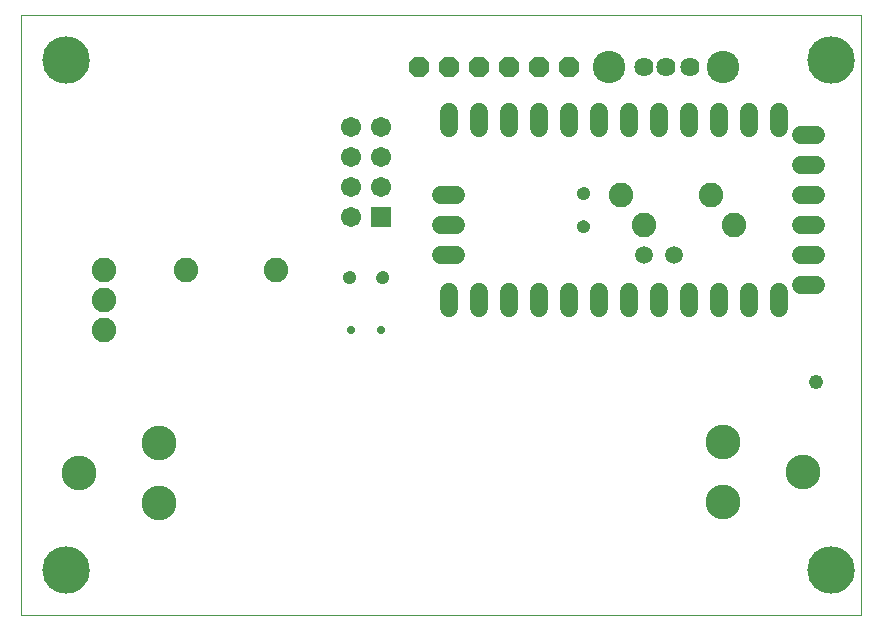
<source format=gts>
G75*
%MOIN*%
%OFA0B0*%
%FSLAX25Y25*%
%IPPOS*%
%LPD*%
%AMOC8*
5,1,8,0,0,1.08239X$1,22.5*
%
%ADD10C,0.00000*%
%ADD11C,0.15800*%
%ADD12C,0.03162*%
%ADD13C,0.11600*%
%ADD14C,0.00500*%
%ADD15C,0.02800*%
%ADD16R,0.06737X0.06737*%
%ADD17C,0.06737*%
%ADD18C,0.08200*%
%ADD19C,0.06400*%
%ADD20C,0.10800*%
%ADD21OC8,0.06800*%
%ADD22C,0.05950*%
%ADD23C,0.05950*%
%ADD24C,0.04762*%
D10*
X0001800Y0001800D02*
X0001800Y0201800D01*
X0281800Y0201800D01*
X0281800Y0001800D01*
X0001800Y0001800D01*
X0009300Y0016800D02*
X0009302Y0016984D01*
X0009309Y0017168D01*
X0009320Y0017352D01*
X0009336Y0017535D01*
X0009356Y0017718D01*
X0009381Y0017900D01*
X0009410Y0018082D01*
X0009444Y0018263D01*
X0009482Y0018443D01*
X0009525Y0018622D01*
X0009572Y0018800D01*
X0009623Y0018977D01*
X0009679Y0019153D01*
X0009738Y0019327D01*
X0009803Y0019499D01*
X0009871Y0019670D01*
X0009943Y0019839D01*
X0010020Y0020007D01*
X0010101Y0020172D01*
X0010186Y0020335D01*
X0010274Y0020497D01*
X0010367Y0020656D01*
X0010464Y0020812D01*
X0010564Y0020967D01*
X0010668Y0021119D01*
X0010776Y0021268D01*
X0010887Y0021414D01*
X0011002Y0021558D01*
X0011121Y0021699D01*
X0011243Y0021837D01*
X0011368Y0021972D01*
X0011497Y0022103D01*
X0011628Y0022232D01*
X0011763Y0022357D01*
X0011901Y0022479D01*
X0012042Y0022598D01*
X0012186Y0022713D01*
X0012332Y0022824D01*
X0012481Y0022932D01*
X0012633Y0023036D01*
X0012788Y0023136D01*
X0012944Y0023233D01*
X0013103Y0023326D01*
X0013265Y0023414D01*
X0013428Y0023499D01*
X0013593Y0023580D01*
X0013761Y0023657D01*
X0013930Y0023729D01*
X0014101Y0023797D01*
X0014273Y0023862D01*
X0014447Y0023921D01*
X0014623Y0023977D01*
X0014800Y0024028D01*
X0014978Y0024075D01*
X0015157Y0024118D01*
X0015337Y0024156D01*
X0015518Y0024190D01*
X0015700Y0024219D01*
X0015882Y0024244D01*
X0016065Y0024264D01*
X0016248Y0024280D01*
X0016432Y0024291D01*
X0016616Y0024298D01*
X0016800Y0024300D01*
X0016984Y0024298D01*
X0017168Y0024291D01*
X0017352Y0024280D01*
X0017535Y0024264D01*
X0017718Y0024244D01*
X0017900Y0024219D01*
X0018082Y0024190D01*
X0018263Y0024156D01*
X0018443Y0024118D01*
X0018622Y0024075D01*
X0018800Y0024028D01*
X0018977Y0023977D01*
X0019153Y0023921D01*
X0019327Y0023862D01*
X0019499Y0023797D01*
X0019670Y0023729D01*
X0019839Y0023657D01*
X0020007Y0023580D01*
X0020172Y0023499D01*
X0020335Y0023414D01*
X0020497Y0023326D01*
X0020656Y0023233D01*
X0020812Y0023136D01*
X0020967Y0023036D01*
X0021119Y0022932D01*
X0021268Y0022824D01*
X0021414Y0022713D01*
X0021558Y0022598D01*
X0021699Y0022479D01*
X0021837Y0022357D01*
X0021972Y0022232D01*
X0022103Y0022103D01*
X0022232Y0021972D01*
X0022357Y0021837D01*
X0022479Y0021699D01*
X0022598Y0021558D01*
X0022713Y0021414D01*
X0022824Y0021268D01*
X0022932Y0021119D01*
X0023036Y0020967D01*
X0023136Y0020812D01*
X0023233Y0020656D01*
X0023326Y0020497D01*
X0023414Y0020335D01*
X0023499Y0020172D01*
X0023580Y0020007D01*
X0023657Y0019839D01*
X0023729Y0019670D01*
X0023797Y0019499D01*
X0023862Y0019327D01*
X0023921Y0019153D01*
X0023977Y0018977D01*
X0024028Y0018800D01*
X0024075Y0018622D01*
X0024118Y0018443D01*
X0024156Y0018263D01*
X0024190Y0018082D01*
X0024219Y0017900D01*
X0024244Y0017718D01*
X0024264Y0017535D01*
X0024280Y0017352D01*
X0024291Y0017168D01*
X0024298Y0016984D01*
X0024300Y0016800D01*
X0024298Y0016616D01*
X0024291Y0016432D01*
X0024280Y0016248D01*
X0024264Y0016065D01*
X0024244Y0015882D01*
X0024219Y0015700D01*
X0024190Y0015518D01*
X0024156Y0015337D01*
X0024118Y0015157D01*
X0024075Y0014978D01*
X0024028Y0014800D01*
X0023977Y0014623D01*
X0023921Y0014447D01*
X0023862Y0014273D01*
X0023797Y0014101D01*
X0023729Y0013930D01*
X0023657Y0013761D01*
X0023580Y0013593D01*
X0023499Y0013428D01*
X0023414Y0013265D01*
X0023326Y0013103D01*
X0023233Y0012944D01*
X0023136Y0012788D01*
X0023036Y0012633D01*
X0022932Y0012481D01*
X0022824Y0012332D01*
X0022713Y0012186D01*
X0022598Y0012042D01*
X0022479Y0011901D01*
X0022357Y0011763D01*
X0022232Y0011628D01*
X0022103Y0011497D01*
X0021972Y0011368D01*
X0021837Y0011243D01*
X0021699Y0011121D01*
X0021558Y0011002D01*
X0021414Y0010887D01*
X0021268Y0010776D01*
X0021119Y0010668D01*
X0020967Y0010564D01*
X0020812Y0010464D01*
X0020656Y0010367D01*
X0020497Y0010274D01*
X0020335Y0010186D01*
X0020172Y0010101D01*
X0020007Y0010020D01*
X0019839Y0009943D01*
X0019670Y0009871D01*
X0019499Y0009803D01*
X0019327Y0009738D01*
X0019153Y0009679D01*
X0018977Y0009623D01*
X0018800Y0009572D01*
X0018622Y0009525D01*
X0018443Y0009482D01*
X0018263Y0009444D01*
X0018082Y0009410D01*
X0017900Y0009381D01*
X0017718Y0009356D01*
X0017535Y0009336D01*
X0017352Y0009320D01*
X0017168Y0009309D01*
X0016984Y0009302D01*
X0016800Y0009300D01*
X0016616Y0009302D01*
X0016432Y0009309D01*
X0016248Y0009320D01*
X0016065Y0009336D01*
X0015882Y0009356D01*
X0015700Y0009381D01*
X0015518Y0009410D01*
X0015337Y0009444D01*
X0015157Y0009482D01*
X0014978Y0009525D01*
X0014800Y0009572D01*
X0014623Y0009623D01*
X0014447Y0009679D01*
X0014273Y0009738D01*
X0014101Y0009803D01*
X0013930Y0009871D01*
X0013761Y0009943D01*
X0013593Y0010020D01*
X0013428Y0010101D01*
X0013265Y0010186D01*
X0013103Y0010274D01*
X0012944Y0010367D01*
X0012788Y0010464D01*
X0012633Y0010564D01*
X0012481Y0010668D01*
X0012332Y0010776D01*
X0012186Y0010887D01*
X0012042Y0011002D01*
X0011901Y0011121D01*
X0011763Y0011243D01*
X0011628Y0011368D01*
X0011497Y0011497D01*
X0011368Y0011628D01*
X0011243Y0011763D01*
X0011121Y0011901D01*
X0011002Y0012042D01*
X0010887Y0012186D01*
X0010776Y0012332D01*
X0010668Y0012481D01*
X0010564Y0012633D01*
X0010464Y0012788D01*
X0010367Y0012944D01*
X0010274Y0013103D01*
X0010186Y0013265D01*
X0010101Y0013428D01*
X0010020Y0013593D01*
X0009943Y0013761D01*
X0009871Y0013930D01*
X0009803Y0014101D01*
X0009738Y0014273D01*
X0009679Y0014447D01*
X0009623Y0014623D01*
X0009572Y0014800D01*
X0009525Y0014978D01*
X0009482Y0015157D01*
X0009444Y0015337D01*
X0009410Y0015518D01*
X0009381Y0015700D01*
X0009356Y0015882D01*
X0009336Y0016065D01*
X0009320Y0016248D01*
X0009309Y0016432D01*
X0009302Y0016616D01*
X0009300Y0016800D01*
X0009300Y0186800D02*
X0009302Y0186984D01*
X0009309Y0187168D01*
X0009320Y0187352D01*
X0009336Y0187535D01*
X0009356Y0187718D01*
X0009381Y0187900D01*
X0009410Y0188082D01*
X0009444Y0188263D01*
X0009482Y0188443D01*
X0009525Y0188622D01*
X0009572Y0188800D01*
X0009623Y0188977D01*
X0009679Y0189153D01*
X0009738Y0189327D01*
X0009803Y0189499D01*
X0009871Y0189670D01*
X0009943Y0189839D01*
X0010020Y0190007D01*
X0010101Y0190172D01*
X0010186Y0190335D01*
X0010274Y0190497D01*
X0010367Y0190656D01*
X0010464Y0190812D01*
X0010564Y0190967D01*
X0010668Y0191119D01*
X0010776Y0191268D01*
X0010887Y0191414D01*
X0011002Y0191558D01*
X0011121Y0191699D01*
X0011243Y0191837D01*
X0011368Y0191972D01*
X0011497Y0192103D01*
X0011628Y0192232D01*
X0011763Y0192357D01*
X0011901Y0192479D01*
X0012042Y0192598D01*
X0012186Y0192713D01*
X0012332Y0192824D01*
X0012481Y0192932D01*
X0012633Y0193036D01*
X0012788Y0193136D01*
X0012944Y0193233D01*
X0013103Y0193326D01*
X0013265Y0193414D01*
X0013428Y0193499D01*
X0013593Y0193580D01*
X0013761Y0193657D01*
X0013930Y0193729D01*
X0014101Y0193797D01*
X0014273Y0193862D01*
X0014447Y0193921D01*
X0014623Y0193977D01*
X0014800Y0194028D01*
X0014978Y0194075D01*
X0015157Y0194118D01*
X0015337Y0194156D01*
X0015518Y0194190D01*
X0015700Y0194219D01*
X0015882Y0194244D01*
X0016065Y0194264D01*
X0016248Y0194280D01*
X0016432Y0194291D01*
X0016616Y0194298D01*
X0016800Y0194300D01*
X0016984Y0194298D01*
X0017168Y0194291D01*
X0017352Y0194280D01*
X0017535Y0194264D01*
X0017718Y0194244D01*
X0017900Y0194219D01*
X0018082Y0194190D01*
X0018263Y0194156D01*
X0018443Y0194118D01*
X0018622Y0194075D01*
X0018800Y0194028D01*
X0018977Y0193977D01*
X0019153Y0193921D01*
X0019327Y0193862D01*
X0019499Y0193797D01*
X0019670Y0193729D01*
X0019839Y0193657D01*
X0020007Y0193580D01*
X0020172Y0193499D01*
X0020335Y0193414D01*
X0020497Y0193326D01*
X0020656Y0193233D01*
X0020812Y0193136D01*
X0020967Y0193036D01*
X0021119Y0192932D01*
X0021268Y0192824D01*
X0021414Y0192713D01*
X0021558Y0192598D01*
X0021699Y0192479D01*
X0021837Y0192357D01*
X0021972Y0192232D01*
X0022103Y0192103D01*
X0022232Y0191972D01*
X0022357Y0191837D01*
X0022479Y0191699D01*
X0022598Y0191558D01*
X0022713Y0191414D01*
X0022824Y0191268D01*
X0022932Y0191119D01*
X0023036Y0190967D01*
X0023136Y0190812D01*
X0023233Y0190656D01*
X0023326Y0190497D01*
X0023414Y0190335D01*
X0023499Y0190172D01*
X0023580Y0190007D01*
X0023657Y0189839D01*
X0023729Y0189670D01*
X0023797Y0189499D01*
X0023862Y0189327D01*
X0023921Y0189153D01*
X0023977Y0188977D01*
X0024028Y0188800D01*
X0024075Y0188622D01*
X0024118Y0188443D01*
X0024156Y0188263D01*
X0024190Y0188082D01*
X0024219Y0187900D01*
X0024244Y0187718D01*
X0024264Y0187535D01*
X0024280Y0187352D01*
X0024291Y0187168D01*
X0024298Y0186984D01*
X0024300Y0186800D01*
X0024298Y0186616D01*
X0024291Y0186432D01*
X0024280Y0186248D01*
X0024264Y0186065D01*
X0024244Y0185882D01*
X0024219Y0185700D01*
X0024190Y0185518D01*
X0024156Y0185337D01*
X0024118Y0185157D01*
X0024075Y0184978D01*
X0024028Y0184800D01*
X0023977Y0184623D01*
X0023921Y0184447D01*
X0023862Y0184273D01*
X0023797Y0184101D01*
X0023729Y0183930D01*
X0023657Y0183761D01*
X0023580Y0183593D01*
X0023499Y0183428D01*
X0023414Y0183265D01*
X0023326Y0183103D01*
X0023233Y0182944D01*
X0023136Y0182788D01*
X0023036Y0182633D01*
X0022932Y0182481D01*
X0022824Y0182332D01*
X0022713Y0182186D01*
X0022598Y0182042D01*
X0022479Y0181901D01*
X0022357Y0181763D01*
X0022232Y0181628D01*
X0022103Y0181497D01*
X0021972Y0181368D01*
X0021837Y0181243D01*
X0021699Y0181121D01*
X0021558Y0181002D01*
X0021414Y0180887D01*
X0021268Y0180776D01*
X0021119Y0180668D01*
X0020967Y0180564D01*
X0020812Y0180464D01*
X0020656Y0180367D01*
X0020497Y0180274D01*
X0020335Y0180186D01*
X0020172Y0180101D01*
X0020007Y0180020D01*
X0019839Y0179943D01*
X0019670Y0179871D01*
X0019499Y0179803D01*
X0019327Y0179738D01*
X0019153Y0179679D01*
X0018977Y0179623D01*
X0018800Y0179572D01*
X0018622Y0179525D01*
X0018443Y0179482D01*
X0018263Y0179444D01*
X0018082Y0179410D01*
X0017900Y0179381D01*
X0017718Y0179356D01*
X0017535Y0179336D01*
X0017352Y0179320D01*
X0017168Y0179309D01*
X0016984Y0179302D01*
X0016800Y0179300D01*
X0016616Y0179302D01*
X0016432Y0179309D01*
X0016248Y0179320D01*
X0016065Y0179336D01*
X0015882Y0179356D01*
X0015700Y0179381D01*
X0015518Y0179410D01*
X0015337Y0179444D01*
X0015157Y0179482D01*
X0014978Y0179525D01*
X0014800Y0179572D01*
X0014623Y0179623D01*
X0014447Y0179679D01*
X0014273Y0179738D01*
X0014101Y0179803D01*
X0013930Y0179871D01*
X0013761Y0179943D01*
X0013593Y0180020D01*
X0013428Y0180101D01*
X0013265Y0180186D01*
X0013103Y0180274D01*
X0012944Y0180367D01*
X0012788Y0180464D01*
X0012633Y0180564D01*
X0012481Y0180668D01*
X0012332Y0180776D01*
X0012186Y0180887D01*
X0012042Y0181002D01*
X0011901Y0181121D01*
X0011763Y0181243D01*
X0011628Y0181368D01*
X0011497Y0181497D01*
X0011368Y0181628D01*
X0011243Y0181763D01*
X0011121Y0181901D01*
X0011002Y0182042D01*
X0010887Y0182186D01*
X0010776Y0182332D01*
X0010668Y0182481D01*
X0010564Y0182633D01*
X0010464Y0182788D01*
X0010367Y0182944D01*
X0010274Y0183103D01*
X0010186Y0183265D01*
X0010101Y0183428D01*
X0010020Y0183593D01*
X0009943Y0183761D01*
X0009871Y0183930D01*
X0009803Y0184101D01*
X0009738Y0184273D01*
X0009679Y0184447D01*
X0009623Y0184623D01*
X0009572Y0184800D01*
X0009525Y0184978D01*
X0009482Y0185157D01*
X0009444Y0185337D01*
X0009410Y0185518D01*
X0009381Y0185700D01*
X0009356Y0185882D01*
X0009336Y0186065D01*
X0009320Y0186248D01*
X0009309Y0186432D01*
X0009302Y0186616D01*
X0009300Y0186800D01*
X0265619Y0079300D02*
X0265621Y0079369D01*
X0265627Y0079437D01*
X0265637Y0079505D01*
X0265651Y0079572D01*
X0265669Y0079639D01*
X0265690Y0079704D01*
X0265716Y0079768D01*
X0265745Y0079830D01*
X0265777Y0079890D01*
X0265813Y0079949D01*
X0265853Y0080005D01*
X0265895Y0080059D01*
X0265941Y0080110D01*
X0265990Y0080159D01*
X0266041Y0080205D01*
X0266095Y0080247D01*
X0266151Y0080287D01*
X0266209Y0080323D01*
X0266270Y0080355D01*
X0266332Y0080384D01*
X0266396Y0080410D01*
X0266461Y0080431D01*
X0266528Y0080449D01*
X0266595Y0080463D01*
X0266663Y0080473D01*
X0266731Y0080479D01*
X0266800Y0080481D01*
X0266869Y0080479D01*
X0266937Y0080473D01*
X0267005Y0080463D01*
X0267072Y0080449D01*
X0267139Y0080431D01*
X0267204Y0080410D01*
X0267268Y0080384D01*
X0267330Y0080355D01*
X0267390Y0080323D01*
X0267449Y0080287D01*
X0267505Y0080247D01*
X0267559Y0080205D01*
X0267610Y0080159D01*
X0267659Y0080110D01*
X0267705Y0080059D01*
X0267747Y0080005D01*
X0267787Y0079949D01*
X0267823Y0079890D01*
X0267855Y0079830D01*
X0267884Y0079768D01*
X0267910Y0079704D01*
X0267931Y0079639D01*
X0267949Y0079572D01*
X0267963Y0079505D01*
X0267973Y0079437D01*
X0267979Y0079369D01*
X0267981Y0079300D01*
X0267979Y0079231D01*
X0267973Y0079163D01*
X0267963Y0079095D01*
X0267949Y0079028D01*
X0267931Y0078961D01*
X0267910Y0078896D01*
X0267884Y0078832D01*
X0267855Y0078770D01*
X0267823Y0078709D01*
X0267787Y0078651D01*
X0267747Y0078595D01*
X0267705Y0078541D01*
X0267659Y0078490D01*
X0267610Y0078441D01*
X0267559Y0078395D01*
X0267505Y0078353D01*
X0267449Y0078313D01*
X0267391Y0078277D01*
X0267330Y0078245D01*
X0267268Y0078216D01*
X0267204Y0078190D01*
X0267139Y0078169D01*
X0267072Y0078151D01*
X0267005Y0078137D01*
X0266937Y0078127D01*
X0266869Y0078121D01*
X0266800Y0078119D01*
X0266731Y0078121D01*
X0266663Y0078127D01*
X0266595Y0078137D01*
X0266528Y0078151D01*
X0266461Y0078169D01*
X0266396Y0078190D01*
X0266332Y0078216D01*
X0266270Y0078245D01*
X0266209Y0078277D01*
X0266151Y0078313D01*
X0266095Y0078353D01*
X0266041Y0078395D01*
X0265990Y0078441D01*
X0265941Y0078490D01*
X0265895Y0078541D01*
X0265853Y0078595D01*
X0265813Y0078651D01*
X0265777Y0078709D01*
X0265745Y0078770D01*
X0265716Y0078832D01*
X0265690Y0078896D01*
X0265669Y0078961D01*
X0265651Y0079028D01*
X0265637Y0079095D01*
X0265627Y0079163D01*
X0265621Y0079231D01*
X0265619Y0079300D01*
X0264300Y0016800D02*
X0264302Y0016984D01*
X0264309Y0017168D01*
X0264320Y0017352D01*
X0264336Y0017535D01*
X0264356Y0017718D01*
X0264381Y0017900D01*
X0264410Y0018082D01*
X0264444Y0018263D01*
X0264482Y0018443D01*
X0264525Y0018622D01*
X0264572Y0018800D01*
X0264623Y0018977D01*
X0264679Y0019153D01*
X0264738Y0019327D01*
X0264803Y0019499D01*
X0264871Y0019670D01*
X0264943Y0019839D01*
X0265020Y0020007D01*
X0265101Y0020172D01*
X0265186Y0020335D01*
X0265274Y0020497D01*
X0265367Y0020656D01*
X0265464Y0020812D01*
X0265564Y0020967D01*
X0265668Y0021119D01*
X0265776Y0021268D01*
X0265887Y0021414D01*
X0266002Y0021558D01*
X0266121Y0021699D01*
X0266243Y0021837D01*
X0266368Y0021972D01*
X0266497Y0022103D01*
X0266628Y0022232D01*
X0266763Y0022357D01*
X0266901Y0022479D01*
X0267042Y0022598D01*
X0267186Y0022713D01*
X0267332Y0022824D01*
X0267481Y0022932D01*
X0267633Y0023036D01*
X0267788Y0023136D01*
X0267944Y0023233D01*
X0268103Y0023326D01*
X0268265Y0023414D01*
X0268428Y0023499D01*
X0268593Y0023580D01*
X0268761Y0023657D01*
X0268930Y0023729D01*
X0269101Y0023797D01*
X0269273Y0023862D01*
X0269447Y0023921D01*
X0269623Y0023977D01*
X0269800Y0024028D01*
X0269978Y0024075D01*
X0270157Y0024118D01*
X0270337Y0024156D01*
X0270518Y0024190D01*
X0270700Y0024219D01*
X0270882Y0024244D01*
X0271065Y0024264D01*
X0271248Y0024280D01*
X0271432Y0024291D01*
X0271616Y0024298D01*
X0271800Y0024300D01*
X0271984Y0024298D01*
X0272168Y0024291D01*
X0272352Y0024280D01*
X0272535Y0024264D01*
X0272718Y0024244D01*
X0272900Y0024219D01*
X0273082Y0024190D01*
X0273263Y0024156D01*
X0273443Y0024118D01*
X0273622Y0024075D01*
X0273800Y0024028D01*
X0273977Y0023977D01*
X0274153Y0023921D01*
X0274327Y0023862D01*
X0274499Y0023797D01*
X0274670Y0023729D01*
X0274839Y0023657D01*
X0275007Y0023580D01*
X0275172Y0023499D01*
X0275335Y0023414D01*
X0275497Y0023326D01*
X0275656Y0023233D01*
X0275812Y0023136D01*
X0275967Y0023036D01*
X0276119Y0022932D01*
X0276268Y0022824D01*
X0276414Y0022713D01*
X0276558Y0022598D01*
X0276699Y0022479D01*
X0276837Y0022357D01*
X0276972Y0022232D01*
X0277103Y0022103D01*
X0277232Y0021972D01*
X0277357Y0021837D01*
X0277479Y0021699D01*
X0277598Y0021558D01*
X0277713Y0021414D01*
X0277824Y0021268D01*
X0277932Y0021119D01*
X0278036Y0020967D01*
X0278136Y0020812D01*
X0278233Y0020656D01*
X0278326Y0020497D01*
X0278414Y0020335D01*
X0278499Y0020172D01*
X0278580Y0020007D01*
X0278657Y0019839D01*
X0278729Y0019670D01*
X0278797Y0019499D01*
X0278862Y0019327D01*
X0278921Y0019153D01*
X0278977Y0018977D01*
X0279028Y0018800D01*
X0279075Y0018622D01*
X0279118Y0018443D01*
X0279156Y0018263D01*
X0279190Y0018082D01*
X0279219Y0017900D01*
X0279244Y0017718D01*
X0279264Y0017535D01*
X0279280Y0017352D01*
X0279291Y0017168D01*
X0279298Y0016984D01*
X0279300Y0016800D01*
X0279298Y0016616D01*
X0279291Y0016432D01*
X0279280Y0016248D01*
X0279264Y0016065D01*
X0279244Y0015882D01*
X0279219Y0015700D01*
X0279190Y0015518D01*
X0279156Y0015337D01*
X0279118Y0015157D01*
X0279075Y0014978D01*
X0279028Y0014800D01*
X0278977Y0014623D01*
X0278921Y0014447D01*
X0278862Y0014273D01*
X0278797Y0014101D01*
X0278729Y0013930D01*
X0278657Y0013761D01*
X0278580Y0013593D01*
X0278499Y0013428D01*
X0278414Y0013265D01*
X0278326Y0013103D01*
X0278233Y0012944D01*
X0278136Y0012788D01*
X0278036Y0012633D01*
X0277932Y0012481D01*
X0277824Y0012332D01*
X0277713Y0012186D01*
X0277598Y0012042D01*
X0277479Y0011901D01*
X0277357Y0011763D01*
X0277232Y0011628D01*
X0277103Y0011497D01*
X0276972Y0011368D01*
X0276837Y0011243D01*
X0276699Y0011121D01*
X0276558Y0011002D01*
X0276414Y0010887D01*
X0276268Y0010776D01*
X0276119Y0010668D01*
X0275967Y0010564D01*
X0275812Y0010464D01*
X0275656Y0010367D01*
X0275497Y0010274D01*
X0275335Y0010186D01*
X0275172Y0010101D01*
X0275007Y0010020D01*
X0274839Y0009943D01*
X0274670Y0009871D01*
X0274499Y0009803D01*
X0274327Y0009738D01*
X0274153Y0009679D01*
X0273977Y0009623D01*
X0273800Y0009572D01*
X0273622Y0009525D01*
X0273443Y0009482D01*
X0273263Y0009444D01*
X0273082Y0009410D01*
X0272900Y0009381D01*
X0272718Y0009356D01*
X0272535Y0009336D01*
X0272352Y0009320D01*
X0272168Y0009309D01*
X0271984Y0009302D01*
X0271800Y0009300D01*
X0271616Y0009302D01*
X0271432Y0009309D01*
X0271248Y0009320D01*
X0271065Y0009336D01*
X0270882Y0009356D01*
X0270700Y0009381D01*
X0270518Y0009410D01*
X0270337Y0009444D01*
X0270157Y0009482D01*
X0269978Y0009525D01*
X0269800Y0009572D01*
X0269623Y0009623D01*
X0269447Y0009679D01*
X0269273Y0009738D01*
X0269101Y0009803D01*
X0268930Y0009871D01*
X0268761Y0009943D01*
X0268593Y0010020D01*
X0268428Y0010101D01*
X0268265Y0010186D01*
X0268103Y0010274D01*
X0267944Y0010367D01*
X0267788Y0010464D01*
X0267633Y0010564D01*
X0267481Y0010668D01*
X0267332Y0010776D01*
X0267186Y0010887D01*
X0267042Y0011002D01*
X0266901Y0011121D01*
X0266763Y0011243D01*
X0266628Y0011368D01*
X0266497Y0011497D01*
X0266368Y0011628D01*
X0266243Y0011763D01*
X0266121Y0011901D01*
X0266002Y0012042D01*
X0265887Y0012186D01*
X0265776Y0012332D01*
X0265668Y0012481D01*
X0265564Y0012633D01*
X0265464Y0012788D01*
X0265367Y0012944D01*
X0265274Y0013103D01*
X0265186Y0013265D01*
X0265101Y0013428D01*
X0265020Y0013593D01*
X0264943Y0013761D01*
X0264871Y0013930D01*
X0264803Y0014101D01*
X0264738Y0014273D01*
X0264679Y0014447D01*
X0264623Y0014623D01*
X0264572Y0014800D01*
X0264525Y0014978D01*
X0264482Y0015157D01*
X0264444Y0015337D01*
X0264410Y0015518D01*
X0264381Y0015700D01*
X0264356Y0015882D01*
X0264336Y0016065D01*
X0264320Y0016248D01*
X0264309Y0016432D01*
X0264302Y0016616D01*
X0264300Y0016800D01*
X0264300Y0186800D02*
X0264302Y0186984D01*
X0264309Y0187168D01*
X0264320Y0187352D01*
X0264336Y0187535D01*
X0264356Y0187718D01*
X0264381Y0187900D01*
X0264410Y0188082D01*
X0264444Y0188263D01*
X0264482Y0188443D01*
X0264525Y0188622D01*
X0264572Y0188800D01*
X0264623Y0188977D01*
X0264679Y0189153D01*
X0264738Y0189327D01*
X0264803Y0189499D01*
X0264871Y0189670D01*
X0264943Y0189839D01*
X0265020Y0190007D01*
X0265101Y0190172D01*
X0265186Y0190335D01*
X0265274Y0190497D01*
X0265367Y0190656D01*
X0265464Y0190812D01*
X0265564Y0190967D01*
X0265668Y0191119D01*
X0265776Y0191268D01*
X0265887Y0191414D01*
X0266002Y0191558D01*
X0266121Y0191699D01*
X0266243Y0191837D01*
X0266368Y0191972D01*
X0266497Y0192103D01*
X0266628Y0192232D01*
X0266763Y0192357D01*
X0266901Y0192479D01*
X0267042Y0192598D01*
X0267186Y0192713D01*
X0267332Y0192824D01*
X0267481Y0192932D01*
X0267633Y0193036D01*
X0267788Y0193136D01*
X0267944Y0193233D01*
X0268103Y0193326D01*
X0268265Y0193414D01*
X0268428Y0193499D01*
X0268593Y0193580D01*
X0268761Y0193657D01*
X0268930Y0193729D01*
X0269101Y0193797D01*
X0269273Y0193862D01*
X0269447Y0193921D01*
X0269623Y0193977D01*
X0269800Y0194028D01*
X0269978Y0194075D01*
X0270157Y0194118D01*
X0270337Y0194156D01*
X0270518Y0194190D01*
X0270700Y0194219D01*
X0270882Y0194244D01*
X0271065Y0194264D01*
X0271248Y0194280D01*
X0271432Y0194291D01*
X0271616Y0194298D01*
X0271800Y0194300D01*
X0271984Y0194298D01*
X0272168Y0194291D01*
X0272352Y0194280D01*
X0272535Y0194264D01*
X0272718Y0194244D01*
X0272900Y0194219D01*
X0273082Y0194190D01*
X0273263Y0194156D01*
X0273443Y0194118D01*
X0273622Y0194075D01*
X0273800Y0194028D01*
X0273977Y0193977D01*
X0274153Y0193921D01*
X0274327Y0193862D01*
X0274499Y0193797D01*
X0274670Y0193729D01*
X0274839Y0193657D01*
X0275007Y0193580D01*
X0275172Y0193499D01*
X0275335Y0193414D01*
X0275497Y0193326D01*
X0275656Y0193233D01*
X0275812Y0193136D01*
X0275967Y0193036D01*
X0276119Y0192932D01*
X0276268Y0192824D01*
X0276414Y0192713D01*
X0276558Y0192598D01*
X0276699Y0192479D01*
X0276837Y0192357D01*
X0276972Y0192232D01*
X0277103Y0192103D01*
X0277232Y0191972D01*
X0277357Y0191837D01*
X0277479Y0191699D01*
X0277598Y0191558D01*
X0277713Y0191414D01*
X0277824Y0191268D01*
X0277932Y0191119D01*
X0278036Y0190967D01*
X0278136Y0190812D01*
X0278233Y0190656D01*
X0278326Y0190497D01*
X0278414Y0190335D01*
X0278499Y0190172D01*
X0278580Y0190007D01*
X0278657Y0189839D01*
X0278729Y0189670D01*
X0278797Y0189499D01*
X0278862Y0189327D01*
X0278921Y0189153D01*
X0278977Y0188977D01*
X0279028Y0188800D01*
X0279075Y0188622D01*
X0279118Y0188443D01*
X0279156Y0188263D01*
X0279190Y0188082D01*
X0279219Y0187900D01*
X0279244Y0187718D01*
X0279264Y0187535D01*
X0279280Y0187352D01*
X0279291Y0187168D01*
X0279298Y0186984D01*
X0279300Y0186800D01*
X0279298Y0186616D01*
X0279291Y0186432D01*
X0279280Y0186248D01*
X0279264Y0186065D01*
X0279244Y0185882D01*
X0279219Y0185700D01*
X0279190Y0185518D01*
X0279156Y0185337D01*
X0279118Y0185157D01*
X0279075Y0184978D01*
X0279028Y0184800D01*
X0278977Y0184623D01*
X0278921Y0184447D01*
X0278862Y0184273D01*
X0278797Y0184101D01*
X0278729Y0183930D01*
X0278657Y0183761D01*
X0278580Y0183593D01*
X0278499Y0183428D01*
X0278414Y0183265D01*
X0278326Y0183103D01*
X0278233Y0182944D01*
X0278136Y0182788D01*
X0278036Y0182633D01*
X0277932Y0182481D01*
X0277824Y0182332D01*
X0277713Y0182186D01*
X0277598Y0182042D01*
X0277479Y0181901D01*
X0277357Y0181763D01*
X0277232Y0181628D01*
X0277103Y0181497D01*
X0276972Y0181368D01*
X0276837Y0181243D01*
X0276699Y0181121D01*
X0276558Y0181002D01*
X0276414Y0180887D01*
X0276268Y0180776D01*
X0276119Y0180668D01*
X0275967Y0180564D01*
X0275812Y0180464D01*
X0275656Y0180367D01*
X0275497Y0180274D01*
X0275335Y0180186D01*
X0275172Y0180101D01*
X0275007Y0180020D01*
X0274839Y0179943D01*
X0274670Y0179871D01*
X0274499Y0179803D01*
X0274327Y0179738D01*
X0274153Y0179679D01*
X0273977Y0179623D01*
X0273800Y0179572D01*
X0273622Y0179525D01*
X0273443Y0179482D01*
X0273263Y0179444D01*
X0273082Y0179410D01*
X0272900Y0179381D01*
X0272718Y0179356D01*
X0272535Y0179336D01*
X0272352Y0179320D01*
X0272168Y0179309D01*
X0271984Y0179302D01*
X0271800Y0179300D01*
X0271616Y0179302D01*
X0271432Y0179309D01*
X0271248Y0179320D01*
X0271065Y0179336D01*
X0270882Y0179356D01*
X0270700Y0179381D01*
X0270518Y0179410D01*
X0270337Y0179444D01*
X0270157Y0179482D01*
X0269978Y0179525D01*
X0269800Y0179572D01*
X0269623Y0179623D01*
X0269447Y0179679D01*
X0269273Y0179738D01*
X0269101Y0179803D01*
X0268930Y0179871D01*
X0268761Y0179943D01*
X0268593Y0180020D01*
X0268428Y0180101D01*
X0268265Y0180186D01*
X0268103Y0180274D01*
X0267944Y0180367D01*
X0267788Y0180464D01*
X0267633Y0180564D01*
X0267481Y0180668D01*
X0267332Y0180776D01*
X0267186Y0180887D01*
X0267042Y0181002D01*
X0266901Y0181121D01*
X0266763Y0181243D01*
X0266628Y0181368D01*
X0266497Y0181497D01*
X0266368Y0181628D01*
X0266243Y0181763D01*
X0266121Y0181901D01*
X0266002Y0182042D01*
X0265887Y0182186D01*
X0265776Y0182332D01*
X0265668Y0182481D01*
X0265564Y0182633D01*
X0265464Y0182788D01*
X0265367Y0182944D01*
X0265274Y0183103D01*
X0265186Y0183265D01*
X0265101Y0183428D01*
X0265020Y0183593D01*
X0264943Y0183761D01*
X0264871Y0183930D01*
X0264803Y0184101D01*
X0264738Y0184273D01*
X0264679Y0184447D01*
X0264623Y0184623D01*
X0264572Y0184800D01*
X0264525Y0184978D01*
X0264482Y0185157D01*
X0264444Y0185337D01*
X0264410Y0185518D01*
X0264381Y0185700D01*
X0264356Y0185882D01*
X0264336Y0186065D01*
X0264320Y0186248D01*
X0264309Y0186432D01*
X0264302Y0186616D01*
X0264300Y0186800D01*
D11*
X0271800Y0186800D03*
X0271800Y0016800D03*
X0016800Y0016800D03*
X0016800Y0186800D03*
D12*
X0266800Y0079300D03*
D13*
X0235816Y0059339D03*
X0235816Y0039339D03*
X0262383Y0049339D03*
X0047784Y0059261D03*
X0047784Y0039261D03*
X0021217Y0049261D03*
D14*
X0109938Y0113210D02*
X0110213Y0112925D01*
X0110545Y0112709D01*
X0110917Y0112572D01*
X0111310Y0112520D01*
X0111708Y0112575D01*
X0112084Y0112718D01*
X0112419Y0112940D01*
X0112696Y0113231D01*
X0112902Y0113577D01*
X0113025Y0113960D01*
X0113060Y0114360D01*
X0113008Y0114740D01*
X0112873Y0115098D01*
X0112662Y0115418D01*
X0112385Y0115682D01*
X0112056Y0115878D01*
X0111691Y0115996D01*
X0111310Y0116030D01*
X0110926Y0115990D01*
X0110560Y0115866D01*
X0110231Y0115663D01*
X0109956Y0115392D01*
X0109747Y0115067D01*
X0109617Y0114704D01*
X0109570Y0114320D01*
X0109608Y0113926D01*
X0109732Y0113549D01*
X0109938Y0113210D01*
X0109782Y0113467D02*
X0112836Y0113467D01*
X0113025Y0113965D02*
X0109604Y0113965D01*
X0109587Y0114464D02*
X0113046Y0114464D01*
X0112924Y0114962D02*
X0109709Y0114962D01*
X0110025Y0115461D02*
X0112617Y0115461D01*
X0111806Y0115959D02*
X0110834Y0115959D01*
X0110172Y0112968D02*
X0112446Y0112968D01*
X0120628Y0113926D02*
X0120590Y0114320D01*
X0120637Y0114704D01*
X0120767Y0115067D01*
X0120976Y0115392D01*
X0121251Y0115663D01*
X0121580Y0115866D01*
X0121946Y0115990D01*
X0122330Y0116030D01*
X0122711Y0115996D01*
X0123076Y0115878D01*
X0123405Y0115682D01*
X0123682Y0115418D01*
X0123893Y0115098D01*
X0124028Y0114740D01*
X0124080Y0114360D01*
X0124045Y0113960D01*
X0123922Y0113577D01*
X0123716Y0113231D01*
X0123439Y0112940D01*
X0123104Y0112718D01*
X0122728Y0112575D01*
X0122330Y0112520D01*
X0121937Y0112572D01*
X0121565Y0112709D01*
X0121233Y0112925D01*
X0120958Y0113210D01*
X0120752Y0113549D01*
X0120628Y0113926D01*
X0120624Y0113965D02*
X0124045Y0113965D01*
X0124066Y0114464D02*
X0120608Y0114464D01*
X0120730Y0114962D02*
X0123945Y0114962D01*
X0123637Y0115461D02*
X0121045Y0115461D01*
X0121854Y0115959D02*
X0122827Y0115959D01*
X0123856Y0113467D02*
X0120802Y0113467D01*
X0121192Y0112968D02*
X0123466Y0112968D01*
X0187575Y0130872D02*
X0187520Y0131270D01*
X0187572Y0131663D01*
X0187709Y0132035D01*
X0187925Y0132367D01*
X0188210Y0132642D01*
X0188549Y0132848D01*
X0188926Y0132972D01*
X0189320Y0133010D01*
X0189704Y0132963D01*
X0190067Y0132833D01*
X0190392Y0132624D01*
X0190663Y0132349D01*
X0190866Y0132020D01*
X0190990Y0131654D01*
X0191030Y0131270D01*
X0190996Y0130889D01*
X0190878Y0130524D01*
X0190682Y0130195D01*
X0190418Y0129918D01*
X0190098Y0129707D01*
X0189740Y0129572D01*
X0189360Y0129520D01*
X0188960Y0129555D01*
X0188577Y0129678D01*
X0188231Y0129884D01*
X0187940Y0130161D01*
X0187718Y0130496D01*
X0187575Y0130872D01*
X0187570Y0130914D02*
X0190999Y0130914D01*
X0191015Y0131413D02*
X0187539Y0131413D01*
X0187663Y0131911D02*
X0190903Y0131911D01*
X0190603Y0132410D02*
X0187970Y0132410D01*
X0188733Y0132908D02*
X0189856Y0132908D01*
X0190814Y0130416D02*
X0187771Y0130416D01*
X0188196Y0129917D02*
X0190417Y0129917D01*
X0189360Y0140540D02*
X0188960Y0140575D01*
X0188577Y0140698D01*
X0188231Y0140904D01*
X0187940Y0141181D01*
X0187718Y0141516D01*
X0187575Y0141892D01*
X0187520Y0142290D01*
X0187572Y0142683D01*
X0187709Y0143055D01*
X0187925Y0143387D01*
X0188210Y0143662D01*
X0188549Y0143868D01*
X0188926Y0143992D01*
X0189320Y0144030D01*
X0189704Y0143983D01*
X0190067Y0143853D01*
X0190392Y0143644D01*
X0190663Y0143369D01*
X0190866Y0143040D01*
X0190990Y0142674D01*
X0191030Y0142290D01*
X0190996Y0141909D01*
X0190878Y0141544D01*
X0190682Y0141215D01*
X0190418Y0140938D01*
X0190098Y0140727D01*
X0189740Y0140592D01*
X0189360Y0140540D01*
X0190337Y0140885D02*
X0188264Y0140885D01*
X0187806Y0141383D02*
X0190782Y0141383D01*
X0190988Y0141882D02*
X0187579Y0141882D01*
X0187532Y0142380D02*
X0191021Y0142380D01*
X0190921Y0142879D02*
X0187644Y0142879D01*
X0187919Y0143377D02*
X0190655Y0143377D01*
X0190003Y0143876D02*
X0188574Y0143876D01*
D15*
X0121800Y0096800D03*
X0111800Y0096800D03*
D16*
X0121800Y0134300D03*
D17*
X0111800Y0134300D03*
X0111800Y0144300D03*
X0121800Y0144300D03*
X0121800Y0154300D03*
X0111800Y0154300D03*
X0111800Y0164300D03*
X0121800Y0164300D03*
D18*
X0086800Y0116800D03*
X0056800Y0116800D03*
X0029300Y0116800D03*
X0029300Y0106800D03*
X0029300Y0096800D03*
X0201800Y0141800D03*
X0209300Y0131800D03*
X0231800Y0141800D03*
X0239300Y0131800D03*
D19*
X0224674Y0184300D03*
X0216800Y0184300D03*
X0209320Y0184300D03*
D20*
X0197902Y0184300D03*
X0235698Y0184300D03*
D21*
X0184300Y0184300D03*
X0174300Y0184300D03*
X0164300Y0184300D03*
X0154300Y0184300D03*
X0144300Y0184300D03*
X0134300Y0184300D03*
D22*
X0144300Y0169375D02*
X0144300Y0164225D01*
X0154300Y0164225D02*
X0154300Y0169375D01*
X0164300Y0169375D02*
X0164300Y0164225D01*
X0174300Y0164225D02*
X0174300Y0169375D01*
X0184300Y0169375D02*
X0184300Y0164225D01*
X0194300Y0164225D02*
X0194300Y0169375D01*
X0204300Y0169375D02*
X0204300Y0164225D01*
X0214300Y0164225D02*
X0214300Y0169375D01*
X0224300Y0169375D02*
X0224300Y0164225D01*
X0234300Y0164225D02*
X0234300Y0169375D01*
X0244300Y0169375D02*
X0244300Y0164225D01*
X0254300Y0164225D02*
X0254300Y0169375D01*
X0261725Y0161800D02*
X0266875Y0161800D01*
X0266875Y0151800D02*
X0261725Y0151800D01*
X0261725Y0141800D02*
X0266875Y0141800D01*
X0266875Y0131800D02*
X0261725Y0131800D01*
X0261725Y0121800D02*
X0266875Y0121800D01*
X0266875Y0111800D02*
X0261725Y0111800D01*
X0254300Y0109375D02*
X0254300Y0104225D01*
X0244300Y0104225D02*
X0244300Y0109375D01*
X0234300Y0109375D02*
X0234300Y0104225D01*
X0224300Y0104225D02*
X0224300Y0109375D01*
X0214300Y0109375D02*
X0214300Y0104225D01*
X0204300Y0104225D02*
X0204300Y0109375D01*
X0194300Y0109375D02*
X0194300Y0104225D01*
X0184300Y0104225D02*
X0184300Y0109375D01*
X0174300Y0109375D02*
X0174300Y0104225D01*
X0164300Y0104225D02*
X0164300Y0109375D01*
X0154300Y0109375D02*
X0154300Y0104225D01*
X0144300Y0104225D02*
X0144300Y0109375D01*
X0146875Y0121800D02*
X0141725Y0121800D01*
X0141725Y0131800D02*
X0146875Y0131800D01*
X0146875Y0141800D02*
X0141725Y0141800D01*
D23*
X0209300Y0121800D03*
X0219300Y0121800D03*
D24*
X0266800Y0079300D03*
X0266800Y0079300D03*
M02*

</source>
